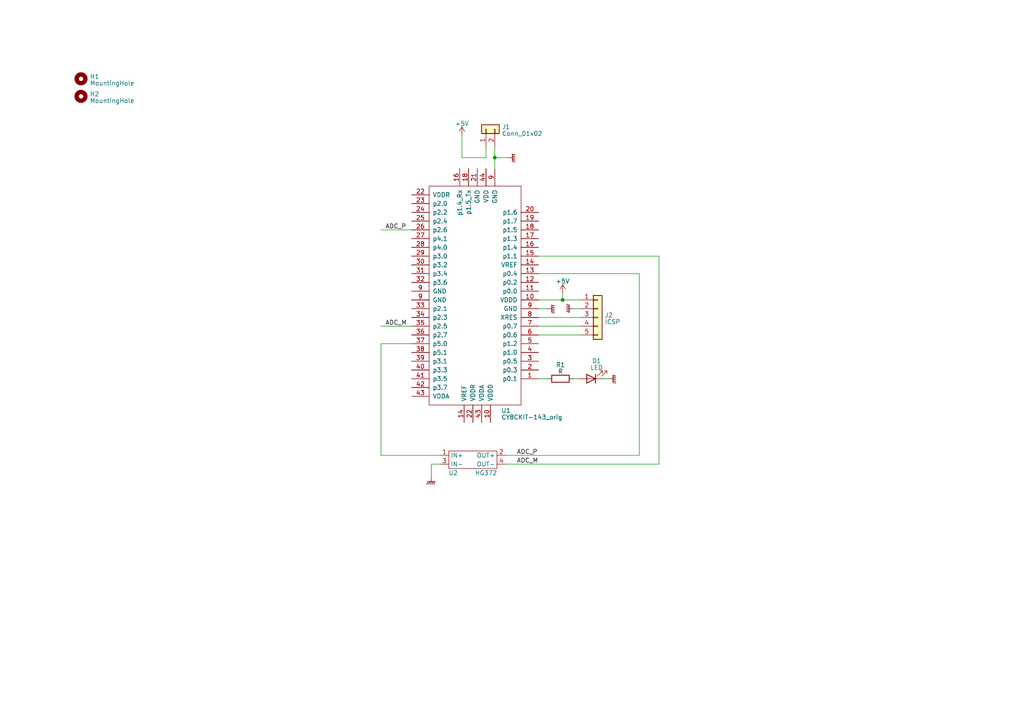
<source format=kicad_sch>
(kicad_sch (version 20230121) (generator eeschema)
  (paper "A4")
  (lib_symbols
    (symbol "Connector_Generic:Conn_01x02" (pin_names (offset 1.016) hide)
      (property "Reference" "J" (at 0 2.54 0))
      (property "Value" "Conn_01x02" (at 0 -5.08 0))
      (symbol "Conn_01x02_1_1"
        (rectangle (start -1.27 -2.413) (end 0 -2.667) (stroke (width 0.1524)))
        (rectangle (start -1.27 0.127) (end 0 -0.127) (stroke (width 0.1524)))
        (rectangle (start -1.27 1.27) (end 1.27 -3.81) (stroke (width 0.254)) (fill (type background)))
        (pin passive line (at -5.08 0 0) (length 3.81) (name "Pin_1") (number "1"))
        (pin passive line (at -5.08 -2.54 0) (length 3.81) (name "Pin_2") (number "2"))
      )
    )
    (symbol "Connector_Generic:Conn_01x05" (pin_names (offset 1.016) hide)
      (property "Reference" "J" (at 0 7.62 0))
      (property "Value" "Conn_01x05" (at 0 -7.62 0))
      (symbol "Conn_01x05_1_1"
        (rectangle (start -1.27 -4.953) (end 0 -5.207) (stroke (width 0.1524)))
        (rectangle (start -1.27 -2.413) (end 0 -2.667) (stroke (width 0.1524)))
        (rectangle (start -1.27 0.127) (end 0 -0.127) (stroke (width 0.1524)))
        (rectangle (start -1.27 2.667) (end 0 2.413) (stroke (width 0.1524)))
        (rectangle (start -1.27 5.207) (end 0 4.953) (stroke (width 0.1524)))
        (rectangle (start -1.27 6.35) (end 1.27 -6.35) (stroke (width 0.254)) (fill (type background)))
        (pin passive line (at -5.08 5.08 0) (length 3.81) (name "Pin_1") (number "1"))
        (pin passive line (at -5.08 2.54 0) (length 3.81) (name "Pin_2") (number "2"))
        (pin passive line (at -5.08 0 0) (length 3.81) (name "Pin_3") (number "3"))
        (pin passive line (at -5.08 -2.54 0) (length 3.81) (name "Pin_4") (number "4"))
        (pin passive line (at -5.08 -5.08 0) (length 3.81) (name "Pin_5") (number "5"))
      )
    )
    (symbol "Device:LED" (pin_numbers hide) (pin_names (offset 1.016) hide)
      (property "Reference" "D" (at 0 2.54 0))
      (property "Value" "LED" (at 0 -2.54 0))
      (symbol "LED_0_1"
        (polyline (pts (xy -1.27 -1.27) (xy -1.27 1.27)) (stroke (width 0.254)))
        (polyline (pts (xy -1.27 0) (xy 1.27 0)))
        (polyline (pts (xy 1.27 -1.27) (xy 1.27 1.27) (xy -1.27 0) (xy 1.27 -1.27)) (stroke (width 0.254)))
        (polyline (pts (xy -3.048 -0.762) (xy -4.572 -2.286) (xy -3.81 -2.286) (xy -4.572 -2.286) (xy -4.572 -1.524)))
        (polyline (pts (xy -1.778 -0.762) (xy -3.302 -2.286) (xy -2.54 -2.286) (xy -3.302 -2.286) (xy -3.302 -1.524)))
      )
      (symbol "LED_1_1"
        (pin passive line (at -3.81 0 0) (length 2.54) (name "K") (number "1"))
        (pin passive line (at 3.81 0 180) (length 2.54) (name "A") (number "2"))
      )
    )
    (symbol "Device:R" (pin_numbers hide) (pin_names (offset 0))
      (property "Reference" "R" (at 2.032 0 90))
      (property "Value" "R" (at 0 0 90))
      (symbol "R_0_1"
        (rectangle (start -1.016 -2.54) (end 1.016 2.54) (stroke (width 0.254)))
      )
      (symbol "R_1_1"
        (pin passive line (at 0 3.81 270) (length 1.27) (name "~") (number "1"))
        (pin passive line (at 0 -3.81 90) (length 1.27) (name "~") (number "2"))
      )
    )
    (symbol "Mechanical:MountingHole" (pin_names (offset 1.016))
      (property "Reference" "H" (at 0 5.08 0))
      (property "Value" "MountingHole" (at 0 3.175 0))
      (symbol "MountingHole_0_1"
        (circle (center 0 0) (radius 1.27) (stroke (width 1.27)))
      )
    )
    (symbol "Xg_lib_sch_v6:CY8CKIT-143_orig" (pin_names (offset 1.016))
      (property "Reference" "U" (at 0 0 0))
      (property "Value" "CY8CKIT-143_orig" (at 0 0 0))
      (symbol "CY8CKIT-143_orig_1_1"
        (rectangle (start -12.7 33.02) (end 13.97 -30.48))
        (pin bidirectional line (at -17.78 25.4 0) (length 5.08) (name "p0.1") (number "1"))
        (pin power_out line (at -17.78 2.54 0) (length 5.08) (name "VDDD") (number "10"))
        (pin unspecified line (at -3.81 38.1 270) (length 5.08) (name "VDDD") (number "10"))
        (pin bidirectional line (at -17.78 0 0) (length 5.08) (name "p0.0") (number "11"))
        (pin bidirectional line (at -17.78 -2.54 0) (length 5.08) (name "p0.2") (number "12"))
        (pin bidirectional line (at -17.78 -5.08 0) (length 5.08) (name "p0.4") (number "13"))
        (pin power_out line (at -17.78 -7.62 0) (length 5.08) (name "VREF") (number "14"))
        (pin power_out line (at 3.81 38.1 270) (length 5.08) (name "VREF") (number "14"))
        (pin bidirectional line (at -17.78 -10.16 0) (length 5.08) (name "p1.1") (number "15"))
        (pin bidirectional line (at -17.78 -12.7 0) (length 5.08) (name "p1.4") (number "16"))
        (pin bidirectional line (at 5.08 -35.56 90) (length 5.08) (name "p1.4_Rx") (number "16"))
        (pin bidirectional line (at -17.78 -15.24 0) (length 5.08) (name "p1.3") (number "17"))
        (pin bidirectional line (at -17.78 -17.78 0) (length 5.08) (name "p1.5") (number "18"))
        (pin bidirectional line (at 2.54 -35.56 90) (length 5.08) (name "p1.5_Tx") (number "18"))
        (pin bidirectional line (at -17.78 -20.32 0) (length 5.08) (name "p1.7") (number "19"))
        (pin bidirectional line (at -17.78 22.86 0) (length 5.08) (name "p0.3") (number "2"))
        (pin bidirectional line (at -17.78 -22.86 0) (length 5.08) (name "p1.6") (number "20"))
        (pin power_in line (at 0 -35.56 90) (length 5.08) (name "GND") (number "21"))
        (pin power_out line (at 1.27 38.1 270) (length 5.08) (name "VDDR") (number "22"))
        (pin power_out line (at 19.05 -27.94 180) (length 5.08) (name "VDDR") (number "22"))
        (pin bidirectional line (at 19.05 -25.4 180) (length 5.08) (name "p2.0") (number "23"))
        (pin bidirectional line (at 19.05 -22.86 180) (length 5.08) (name "p2.2") (number "24"))
        (pin bidirectional line (at 19.05 -20.32 180) (length 5.08) (name "p2.4") (number "25"))
        (pin bidirectional line (at 19.05 -17.78 180) (length 5.08) (name "p2.6") (number "26"))
        (pin bidirectional line (at 19.05 -15.24 180) (length 5.08) (name "p4.1") (number "27"))
        (pin bidirectional line (at 19.05 -12.7 180) (length 5.08) (name "p4.0") (number "28"))
        (pin bidirectional line (at 19.05 -10.16 180) (length 5.08) (name "p3.0") (number "29"))
        (pin bidirectional line (at -17.78 20.32 0) (length 5.08) (name "p0.5") (number "3"))
        (pin bidirectional line (at 19.05 -7.62 180) (length 5.08) (name "p3.2") (number "30"))
        (pin bidirectional line (at 19.05 -5.08 180) (length 5.08) (name "p3.4") (number "31"))
        (pin bidirectional line (at 19.05 -2.54 180) (length 5.08) (name "p3.6") (number "32"))
        (pin bidirectional line (at 19.05 5.08 180) (length 5.08) (name "p2.1") (number "33"))
        (pin bidirectional line (at 19.05 7.62 180) (length 5.08) (name "p2.3") (number "34"))
        (pin bidirectional line (at 19.05 10.16 180) (length 5.08) (name "p2.5") (number "35"))
        (pin bidirectional line (at 19.05 12.7 180) (length 5.08) (name "p2.7") (number "36"))
        (pin bidirectional line (at 19.05 15.24 180) (length 5.08) (name "p5.0") (number "37"))
        (pin bidirectional line (at 19.05 17.78 180) (length 5.08) (name "p5.1") (number "38"))
        (pin bidirectional line (at 19.05 20.32 180) (length 5.08) (name "p3.1") (number "39"))
        (pin bidirectional line (at -17.78 17.78 0) (length 5.08) (name "p1.0") (number "4"))
        (pin bidirectional line (at 19.05 22.86 180) (length 5.08) (name "p3.3") (number "40"))
        (pin bidirectional line (at 19.05 25.4 180) (length 5.08) (name "p3.5") (number "41"))
        (pin bidirectional line (at 19.05 27.94 180) (length 5.08) (name "p3.7") (number "42"))
        (pin power_out line (at -1.27 38.1 270) (length 5.08) (name "VDDA") (number "43"))
        (pin power_out line (at 19.05 30.48 180) (length 5.08) (name "VDDA") (number "43"))
        (pin power_in line (at -2.54 -35.56 90) (length 5.08) (name "VDD") (number "44"))
        (pin bidirectional line (at -17.78 15.24 0) (length 5.08) (name "p1.2") (number "5"))
        (pin bidirectional line (at -17.78 12.7 0) (length 5.08) (name "p0.6") (number "6"))
        (pin bidirectional line (at -17.78 10.16 0) (length 5.08) (name "p0.7") (number "7"))
        (pin bidirectional line (at -17.78 7.62 0) (length 5.08) (name "XRES") (number "8"))
        (pin power_in line (at -17.78 5.08 0) (length 5.08) (name "GND") (number "9"))
        (pin power_in line (at -5.08 -35.56 90) (length 5.08) (name "GND") (number "9"))
        (pin power_in line (at 19.05 0 180) (length 5.08) (name "GND") (number "9"))
        (pin power_in line (at 19.05 2.54 180) (length 5.08) (name "GND") (number "9"))
      )
    )
    (symbol "Xg_lib_sch_v6:HG372"
      (property "Reference" "U" (at 0 0 0))
      (symbol "HG372_0_1"
        (rectangle (start -6.35 2.54) (end 7.62 -2.54))
      )
      (symbol "HG372_1_1"
        (pin passive line (at -8.89 1.27 0) (length 2.54) (name "IN+") (number "1"))
        (pin passive line (at 10.16 1.27 180) (length 2.54) (name "OUT+") (number "2"))
        (pin passive line (at -8.89 -1.27 0) (length 2.54) (name "IN-") (number "3"))
        (pin passive line (at 10.16 -1.27 180) (length 2.54) (name "OUT-") (number "4"))
      )
    )
    (symbol "power:+5V" (power) (pin_names (offset 0))
      (property "Value" "+5V" (at 0 3.556 0))
      (symbol "+5V_0_1"
        (polyline (pts (xy -0.762 1.27) (xy 0 2.54)))
        (polyline (pts (xy 0 0) (xy 0 2.54)))
        (polyline (pts (xy 0 2.54) (xy 0.762 1.27)))
      )
      (symbol "+5V_1_1"
        (pin power_in line (at 0 0 90) (length 0) hide (name "+5V") (number "1"))
      )
    )
    (symbol "power:GNDPWR" (power) (pin_names (offset 0))
      (property "Value" "GNDPWR" (at 0 -3.302 0))
      (symbol "GNDPWR_0_1"
        (polyline (pts (xy 0 -1.27) (xy 0 0)))
        (polyline (pts (xy -1.016 -1.27) (xy -1.27 -2.032) (xy -1.27 -2.032)) (stroke (width 0.2032)))
        (polyline (pts (xy -0.508 -1.27) (xy -0.762 -2.032) (xy -0.762 -2.032)) (stroke (width 0.2032)))
        (polyline (pts (xy 0 -1.27) (xy -0.254 -2.032) (xy -0.254 -2.032)) (stroke (width 0.2032)))
        (polyline (pts (xy 0.508 -1.27) (xy 0.254 -2.032) (xy 0.254 -2.032)) (stroke (width 0.2032)))
        (polyline (pts (xy 1.016 -1.27) (xy -1.016 -1.27) (xy -1.016 -1.27)) (stroke (width 0.2032)))
        (polyline (pts (xy 1.016 -1.27) (xy 0.762 -2.032) (xy 0.762 -2.032) (xy 0.762 -2.032)) (stroke (width 0.2032)))
      )
      (symbol "GNDPWR_1_1"
        (pin power_in line (at 0 0 270) (length 0) hide (name "GNDPWR") (number "1"))
      )
    )
  )
  (junction (at 163.195 86.995))
  (junction (at 143.51 45.72))
  (wire (pts (xy 156.21 92.075) (xy 168.275 92.075)))
  (wire (pts (xy 156.21 86.995) (xy 163.195 86.995)))
  (wire (pts (xy 166.37 109.855) (xy 167.64 109.855)))
  (wire (pts (xy 191.135 74.295) (xy 191.135 134.62)))
  (wire (pts (xy 156.21 89.535) (xy 158.75 89.535)))
  (wire (pts (xy 156.21 74.295) (xy 191.135 74.295)))
  (wire (pts (xy 175.26 109.855) (xy 176.53 109.855)))
  (wire (pts (xy 146.685 132.08) (xy 185.42 132.08)))
  (wire (pts (xy 110.49 94.615) (xy 119.38 94.615)))
  (wire (pts (xy 163.195 86.995) (xy 168.275 86.995)))
  (wire (pts (xy 143.51 42.545) (xy 143.51 45.72)))
  (wire (pts (xy 163.195 85.09) (xy 163.195 86.995)))
  (wire (pts (xy 110.49 132.08) (xy 127.635 132.08)))
  (wire (pts (xy 127.635 134.62) (xy 125.095 134.62)))
  (wire (pts (xy 140.97 42.545) (xy 140.97 45.72)))
  (wire (pts (xy 156.21 94.615) (xy 168.275 94.615)))
  (wire (pts (xy 133.985 39.37) (xy 133.985 45.72)))
  (wire (pts (xy 119.38 99.695) (xy 110.49 99.695)))
  (wire (pts (xy 143.51 45.72) (xy 143.51 48.895)))
  (wire (pts (xy 143.51 45.72) (xy 147.32 45.72)))
  (wire (pts (xy 166.37 89.535) (xy 168.275 89.535)))
  (wire (pts (xy 156.21 97.155) (xy 168.275 97.155)))
  (wire (pts (xy 185.42 132.08) (xy 185.42 79.375)))
  (wire (pts (xy 125.095 134.62) (xy 125.095 138.43)))
  (wire (pts (xy 156.21 109.855) (xy 158.75 109.855)))
  (wire (pts (xy 110.49 66.675) (xy 119.38 66.675)))
  (wire (pts (xy 191.135 134.62) (xy 146.685 134.62)))
  (wire (pts (xy 133.985 45.72) (xy 140.97 45.72)))
  (wire (pts (xy 156.21 79.375) (xy 185.42 79.375)))
  (wire (pts (xy 110.49 99.695) (xy 110.49 132.08)))
  (label "ADC_M" (at 111.76 94.615 0))
  (label "ADC_P" (at 111.76 66.675 0))
  (label "ADC_M" (at 149.86 134.62 0))
  (label "ADC_P" (at 149.86 132.08 0))
  (symbol (lib_id "power:GNDPWR") (at 158.75 89.535 90) (unit 1)
    (property "Reference" "#PWR02" (effects hide))
    (property "Value" "GNDPWR" (effects hide))
  )
  (symbol (lib_id "Xg_lib_sch_v6:CY8CKIT-143_orig") (at 138.43 84.455 180) (unit 1)
    (property "Reference" "U1" (at 145.3897 119.0705 0) (effects (justify right)))
    (property "Value" "CY8CKIT-143_orig" (at 145.3897 120.9915 0) (effects (justify right)))
    (property "Footprint" "Xg_lib_pcb:CY8CKIT-143-2" (effects hide))
  )
  (symbol (lib_id "Device:LED") (at 171.45 109.855 180) (unit 1)
    (property "Reference" "D1" (at 173.0375 104.6861 0))
    (property "Value" "LED" (at 173.0375 106.6071 0))
    (property "Footprint" "LED_THT:LED_D5.0mm" (effects hide))
  )
  (symbol (lib_id "Device:R") (at 162.56 109.855 90) (unit 1)
    (property "Reference" "R1" (at 162.56 105.8291 90))
    (property "Value" "R" (at 162.56 107.7501 90))
    (property "Footprint" "Resistor_THT:R_Axial_DIN0309_L9.0mm_D3.2mm_P5.08mm_Vertical" (effects hide))
  )
  (symbol (lib_id "power:GNDPWR") (at 176.53 109.855 90) (unit 1)
    (property "Reference" "#PWR03" (effects hide))
    (property "Value" "GNDPWR" (effects hide))
  )
  (symbol (lib_id "Connector_Generic:Conn_01x05") (at 173.355 92.075 0) (unit 1)
    (property "Reference" "J2" (at 175.387 91.4313 0) (effects (justify left)))
    (property "Value" "ICSP" (at 175.387 93.3523 0) (effects (justify left)))
    (property "Footprint" "Connector_PinHeader_2.54mm:PinHeader_1x05_P2.54mm_Vertical" (effects hide))
  )
  (symbol (lib_id "Mechanical:MountingHole") (at 23.495 27.94 0) (unit 1)
    (property "Reference" "H2" (at 26.035 27.2963 0) (effects (justify left)))
    (property "Value" "MountingHole" (at 26.035 29.2173 0) (effects (justify left)))
    (property "Footprint" "MountingHole:MountingHole_3.2mm_M3_DIN965" (effects hide))
  )
  (symbol (lib_id "Mechanical:MountingHole") (at 23.495 22.86 0) (unit 1)
    (property "Reference" "H1" (at 26.035 22.2163 0) (effects (justify left)))
    (property "Value" "MountingHole" (at 26.035 24.1373 0) (effects (justify left)))
    (property "Footprint" "MountingHole:MountingHole_3.2mm_M3_DIN965" (effects hide))
  )
  (symbol (lib_id "power:GNDPWR") (at 147.32 45.72 90) (unit 1)
    (property "Reference" "#PWR04" (effects hide))
    (property "Value" "GNDPWR" (effects hide))
  )
  (symbol (lib_id "Xg_lib_sch_v6:HG372") (at 136.525 133.35 0) (unit 1)
    (property "Reference" "U2" (at 131.445 137.16 0))
    (property "Value" "HG372" (at 140.97 137.16 0))
    (property "Footprint" "Xg_lib_pcb:HG372A_2" (effects hide))
  )
  (symbol (lib_id "Connector_Generic:Conn_01x02") (at 140.97 37.465 90) (unit 1)
    (property "Reference" "J1" (at 145.542 36.8213 90) (effects (justify right)))
    (property "Value" "Conn_01x02" (at 145.542 38.7423 90) (effects (justify right)))
    (property "Footprint" "TerminalBlock:TerminalBlock_bornier-2_P5.08mm" (effects hide))
  )
  (symbol (lib_id "power:GNDPWR") (at 166.37 89.535 270) (unit 1)
    (property "Reference" "#PWR06" (effects hide))
    (property "Value" "GNDPWR" (effects hide))
  )
  (symbol (lib_id "power:+5V") (at 133.985 39.37 0) (unit 1)
    (property "Reference" "#PWR05" (effects hide))
    (property "Value" "+5V" (at 133.985 35.8681 0))
  )
  (symbol (lib_id "power:+5V") (at 163.195 85.09 0) (unit 1)
    (property "Reference" "#PWR07" (effects hide))
    (property "Value" "+5V" (at 163.195 81.5881 0))
  )
  (symbol (lib_id "power:GNDPWR") (at 125.095 138.43 0) (unit 1)
    (property "Reference" "#PWR01" (effects hide))
    (property "Value" "GNDPWR" (effects hide))
  )
)
</source>
